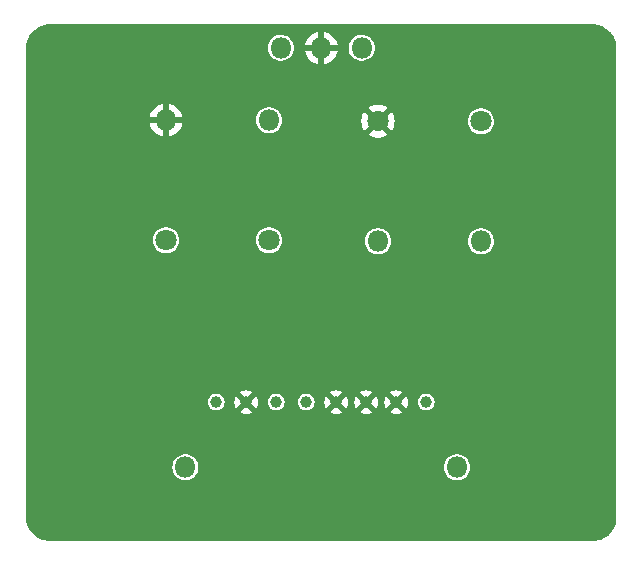
<source format=gbr>
%TF.GenerationSoftware,KiCad,Pcbnew,7.0.5*%
%TF.CreationDate,2023-06-20T08:34:55-05:00*%
%TF.ProjectId,Single.Channel.Amp,53696e67-6c65-42e4-9368-616e6e656c2e,rev?*%
%TF.SameCoordinates,Original*%
%TF.FileFunction,Copper,L2,Bot*%
%TF.FilePolarity,Positive*%
%FSLAX46Y46*%
G04 Gerber Fmt 4.6, Leading zero omitted, Abs format (unit mm)*
G04 Created by KiCad (PCBNEW 7.0.5) date 2023-06-20 08:34:55*
%MOMM*%
%LPD*%
G01*
G04 APERTURE LIST*
%TA.AperFunction,ComponentPad*%
%ADD10O,1.800000X1.800000*%
%TD*%
%TA.AperFunction,ComponentPad*%
%ADD11C,1.800000*%
%TD*%
%TA.AperFunction,ComponentPad*%
%ADD12C,1.000000*%
%TD*%
G04 APERTURE END LIST*
D10*
%TO.P,,Output*%
%TO.N,N/C*%
X38185000Y-58057500D03*
%TD*%
D11*
%TO.P,1N4XXX (7.5 V),1*%
%TO.N,N/C*%
X36550000Y-38835000D03*
D10*
%TO.P,1N4XXX (7.5 V),2*%
%TO.N,GND*%
X36550000Y-28675000D03*
%TD*%
%TO.P,,-*%
%TO.N,N/C*%
X53111459Y-22545000D03*
%TD*%
%TO.P,,GND*%
%TO.N,GND*%
X49685000Y-22545000D03*
%TD*%
%TO.P,,+*%
%TO.N,N/C*%
X46258541Y-22545000D03*
%TD*%
D11*
%TO.P,1N4148,1*%
%TO.N,N/C*%
X45270000Y-38835000D03*
D10*
%TO.P,1N4148,2*%
X45270000Y-28675000D03*
%TD*%
D12*
%TO.P,REF\u002A\u002A,+V*%
%TO.N,N/C*%
X45875000Y-52550000D03*
%TO.P,REF\u002A\u002A,-V*%
X48415000Y-52550000D03*
%TO.P,REF\u002A\u002A,GND*%
%TO.N,GND*%
X56035000Y-52550000D03*
X53495000Y-52550000D03*
X50955000Y-52550000D03*
X43335000Y-52550000D03*
%TO.P,REF\u002A\u002A,input*%
%TO.N,N/C*%
X58575000Y-52550000D03*
%TO.P,REF\u002A\u002A,output*%
X40795000Y-52550000D03*
%TD*%
D11*
%TO.P,1N4XXX (7.5 V),1*%
%TO.N,GND*%
X54495000Y-28755000D03*
D10*
%TO.P,1N4XXX (7.5 V),2*%
%TO.N,N/C*%
X54495000Y-38915000D03*
%TD*%
D11*
%TO.P,1N4148,1*%
%TO.N,N/C*%
X63210000Y-28765000D03*
D10*
%TO.P,1N4148,2*%
X63210000Y-38925000D03*
%TD*%
%TO.P,,Input*%
%TO.N,N/C*%
X61185000Y-58057500D03*
%TD*%
%TA.AperFunction,Conductor*%
%TO.N,GND*%
G36*
X72687018Y-20545633D02*
G01*
X72768796Y-20550993D01*
X72897221Y-20560177D01*
X72900794Y-20560537D01*
X72999836Y-20573455D01*
X73003874Y-20574120D01*
X73074439Y-20588156D01*
X73147448Y-20604038D01*
X73218656Y-20619529D01*
X73225390Y-20621398D01*
X73343646Y-20661540D01*
X73345198Y-20662093D01*
X73476750Y-20711160D01*
X73482483Y-20713635D01*
X73596830Y-20770024D01*
X73599042Y-20771173D01*
X73719913Y-20837173D01*
X73724641Y-20840037D01*
X73831649Y-20911537D01*
X73834358Y-20913454D01*
X73943652Y-20995271D01*
X73947345Y-20998265D01*
X74044502Y-21083469D01*
X74047448Y-21086228D01*
X74128579Y-21167359D01*
X74143755Y-21182535D01*
X74146529Y-21185497D01*
X74201759Y-21248474D01*
X74231726Y-21282645D01*
X74234742Y-21286366D01*
X74316545Y-21395643D01*
X74318462Y-21398352D01*
X74355071Y-21453139D01*
X74357477Y-21457045D01*
X74478077Y-21670105D01*
X74479728Y-21673225D01*
X74498619Y-21711533D01*
X74501467Y-21718288D01*
X74617734Y-22047042D01*
X74619867Y-22054543D01*
X74641843Y-22155561D01*
X74648203Y-22187539D01*
X74649030Y-22192924D01*
X74680008Y-22477370D01*
X74680240Y-22480026D01*
X74684367Y-22542966D01*
X74684500Y-22547024D01*
X74684500Y-62292976D01*
X74684367Y-62297033D01*
X74679021Y-62378585D01*
X74666015Y-62560432D01*
X74664980Y-62568112D01*
X74641845Y-62684426D01*
X74610470Y-62828653D01*
X74608595Y-62835408D01*
X74582020Y-62913696D01*
X74581599Y-62914896D01*
X74535307Y-63042600D01*
X74518843Y-63086738D01*
X74516357Y-63092496D01*
X74459992Y-63206795D01*
X74458794Y-63209100D01*
X74456670Y-63212989D01*
X74455589Y-63214887D01*
X74342878Y-63404946D01*
X74341101Y-63407767D01*
X74318472Y-63441634D01*
X74316554Y-63444345D01*
X74234740Y-63553634D01*
X74231720Y-63557360D01*
X74146530Y-63654501D01*
X74143755Y-63657463D01*
X74047464Y-63753755D01*
X74044502Y-63756529D01*
X73947357Y-63841723D01*
X73943631Y-63844744D01*
X73834359Y-63926543D01*
X73831649Y-63928461D01*
X73724641Y-63999961D01*
X73719907Y-64002828D01*
X73599086Y-64068802D01*
X73596794Y-64069992D01*
X73482499Y-64126356D01*
X73476740Y-64128842D01*
X73345271Y-64177878D01*
X73343533Y-64178497D01*
X73225402Y-64218597D01*
X73218646Y-64220472D01*
X73074408Y-64251848D01*
X72958118Y-64274980D01*
X72950438Y-64276015D01*
X72768585Y-64289021D01*
X72712608Y-64292690D01*
X72687025Y-64294367D01*
X72682976Y-64294500D01*
X40453021Y-64294500D01*
X40134453Y-64294395D01*
X26710000Y-64290000D01*
X26709115Y-64290000D01*
X26700900Y-64289451D01*
X26138996Y-64214234D01*
X26115591Y-64208750D01*
X26026461Y-64178495D01*
X26024723Y-64177876D01*
X25900485Y-64131538D01*
X25897522Y-64130345D01*
X25883107Y-64124105D01*
X25880314Y-64122813D01*
X25773221Y-64070000D01*
X25770930Y-64068810D01*
X25690659Y-64024980D01*
X25675507Y-64015213D01*
X25308770Y-63739130D01*
X25302217Y-63733437D01*
X25275321Y-63706541D01*
X25271147Y-63701927D01*
X25022255Y-63397310D01*
X25018713Y-63392525D01*
X24980029Y-63334631D01*
X24977180Y-63329925D01*
X24911173Y-63209042D01*
X24910005Y-63206791D01*
X24897630Y-63181697D01*
X24853635Y-63092483D01*
X24851156Y-63086740D01*
X24851155Y-63086738D01*
X24802103Y-62955224D01*
X24801531Y-62953618D01*
X24761395Y-62835383D01*
X24759531Y-62828666D01*
X24728158Y-62684451D01*
X24705015Y-62568102D01*
X24703985Y-62560459D01*
X24690978Y-62378585D01*
X24685632Y-62297019D01*
X24685500Y-62292993D01*
X24685500Y-58057500D01*
X37079785Y-58057500D01*
X37098602Y-58260582D01*
X37154417Y-58456747D01*
X37154422Y-58456760D01*
X37245327Y-58639321D01*
X37368237Y-58802081D01*
X37518958Y-58939480D01*
X37518960Y-58939482D01*
X37618141Y-59000892D01*
X37692363Y-59046848D01*
X37882544Y-59120524D01*
X38083024Y-59158000D01*
X38083026Y-59158000D01*
X38286974Y-59158000D01*
X38286976Y-59158000D01*
X38487456Y-59120524D01*
X38677637Y-59046848D01*
X38851041Y-58939481D01*
X39001764Y-58802079D01*
X39124673Y-58639321D01*
X39215582Y-58456750D01*
X39271397Y-58260583D01*
X39290215Y-58057500D01*
X60079785Y-58057500D01*
X60098602Y-58260582D01*
X60154417Y-58456747D01*
X60154422Y-58456760D01*
X60245327Y-58639321D01*
X60368237Y-58802081D01*
X60518958Y-58939480D01*
X60518960Y-58939482D01*
X60618141Y-59000892D01*
X60692363Y-59046848D01*
X60882544Y-59120524D01*
X61083024Y-59158000D01*
X61083026Y-59158000D01*
X61286974Y-59158000D01*
X61286976Y-59158000D01*
X61487456Y-59120524D01*
X61677637Y-59046848D01*
X61851041Y-58939481D01*
X62001764Y-58802079D01*
X62124673Y-58639321D01*
X62215582Y-58456750D01*
X62271397Y-58260583D01*
X62290215Y-58057500D01*
X62271397Y-57854417D01*
X62215582Y-57658250D01*
X62124673Y-57475679D01*
X62001764Y-57312921D01*
X62001762Y-57312918D01*
X61851041Y-57175519D01*
X61851039Y-57175517D01*
X61677642Y-57068155D01*
X61677635Y-57068151D01*
X61582546Y-57031314D01*
X61487456Y-56994476D01*
X61286976Y-56957000D01*
X61083024Y-56957000D01*
X60882544Y-56994476D01*
X60882541Y-56994476D01*
X60882541Y-56994477D01*
X60692364Y-57068151D01*
X60692357Y-57068155D01*
X60518960Y-57175517D01*
X60518958Y-57175519D01*
X60368237Y-57312918D01*
X60245327Y-57475678D01*
X60154422Y-57658239D01*
X60154417Y-57658252D01*
X60098602Y-57854417D01*
X60079785Y-58057499D01*
X60079785Y-58057500D01*
X39290215Y-58057500D01*
X39271397Y-57854417D01*
X39215582Y-57658250D01*
X39124673Y-57475679D01*
X39001764Y-57312921D01*
X39001762Y-57312918D01*
X38851041Y-57175519D01*
X38851039Y-57175517D01*
X38677642Y-57068155D01*
X38677635Y-57068151D01*
X38582546Y-57031314D01*
X38487456Y-56994476D01*
X38286976Y-56957000D01*
X38083024Y-56957000D01*
X37882544Y-56994476D01*
X37882541Y-56994476D01*
X37882541Y-56994477D01*
X37692364Y-57068151D01*
X37692357Y-57068155D01*
X37518960Y-57175517D01*
X37518958Y-57175519D01*
X37368237Y-57312918D01*
X37245327Y-57475678D01*
X37154422Y-57658239D01*
X37154417Y-57658252D01*
X37098602Y-57854417D01*
X37079785Y-58057499D01*
X37079785Y-58057500D01*
X24685500Y-58057500D01*
X24685500Y-52549999D01*
X40089355Y-52549999D01*
X40109859Y-52718869D01*
X40109860Y-52718874D01*
X40170182Y-52877931D01*
X40232475Y-52968177D01*
X40266817Y-53017929D01*
X40372505Y-53111560D01*
X40394150Y-53130736D01*
X40544773Y-53209789D01*
X40544775Y-53209790D01*
X40709944Y-53250500D01*
X40880056Y-53250500D01*
X41045225Y-53209790D01*
X41124692Y-53168081D01*
X41195849Y-53130736D01*
X41195850Y-53130734D01*
X41195852Y-53130734D01*
X41323183Y-53017929D01*
X41419818Y-52877930D01*
X41480140Y-52718872D01*
X41500645Y-52550000D01*
X42330161Y-52550000D01*
X42349468Y-52746030D01*
X42406652Y-52934538D01*
X42472922Y-53058522D01*
X42950096Y-52581349D01*
X42950051Y-52581898D01*
X42981266Y-52705162D01*
X43050813Y-52811612D01*
X43151157Y-52889713D01*
X43271422Y-52931000D01*
X43307553Y-52931000D01*
X42826476Y-53412076D01*
X42950466Y-53478350D01*
X43138969Y-53535531D01*
X43138965Y-53535531D01*
X43334999Y-53554838D01*
X43531032Y-53535531D01*
X43719537Y-53478348D01*
X43843522Y-53412076D01*
X43362448Y-52931000D01*
X43366569Y-52931000D01*
X43460421Y-52915339D01*
X43572251Y-52854820D01*
X43658371Y-52761269D01*
X43709448Y-52644823D01*
X43715105Y-52576551D01*
X44197077Y-53058523D01*
X44263348Y-52934539D01*
X44320531Y-52746032D01*
X44339838Y-52550000D01*
X44339838Y-52549999D01*
X45169355Y-52549999D01*
X45189859Y-52718869D01*
X45189860Y-52718874D01*
X45250182Y-52877931D01*
X45312475Y-52968177D01*
X45346817Y-53017929D01*
X45452505Y-53111560D01*
X45474150Y-53130736D01*
X45624773Y-53209789D01*
X45624775Y-53209790D01*
X45789944Y-53250500D01*
X45960056Y-53250500D01*
X46125225Y-53209790D01*
X46204692Y-53168081D01*
X46275849Y-53130736D01*
X46275850Y-53130734D01*
X46275852Y-53130734D01*
X46403183Y-53017929D01*
X46499818Y-52877930D01*
X46560140Y-52718872D01*
X46580645Y-52550000D01*
X47709355Y-52550000D01*
X47729859Y-52718869D01*
X47729860Y-52718874D01*
X47790182Y-52877931D01*
X47852475Y-52968177D01*
X47886817Y-53017929D01*
X47992505Y-53111560D01*
X48014150Y-53130736D01*
X48164773Y-53209789D01*
X48164775Y-53209790D01*
X48329944Y-53250500D01*
X48500056Y-53250500D01*
X48665225Y-53209790D01*
X48744692Y-53168081D01*
X48815849Y-53130736D01*
X48815850Y-53130734D01*
X48815852Y-53130734D01*
X48943183Y-53017929D01*
X49039818Y-52877930D01*
X49100140Y-52718872D01*
X49120645Y-52550000D01*
X49120645Y-52549999D01*
X49950161Y-52549999D01*
X49969468Y-52746030D01*
X50026652Y-52934538D01*
X50092922Y-53058522D01*
X50570096Y-52581348D01*
X50570051Y-52581898D01*
X50601266Y-52705162D01*
X50670813Y-52811612D01*
X50771157Y-52889713D01*
X50891422Y-52931000D01*
X50927553Y-52931000D01*
X50446476Y-53412076D01*
X50570466Y-53478350D01*
X50758969Y-53535531D01*
X50758965Y-53535531D01*
X50955000Y-53554838D01*
X51151032Y-53535531D01*
X51339537Y-53478348D01*
X51463522Y-53412076D01*
X50982448Y-52931000D01*
X50986569Y-52931000D01*
X51080421Y-52915339D01*
X51192251Y-52854820D01*
X51278371Y-52761269D01*
X51329448Y-52644823D01*
X51335105Y-52576552D01*
X51817076Y-53058522D01*
X51883348Y-52934537D01*
X51940531Y-52746032D01*
X51959838Y-52549999D01*
X52490161Y-52549999D01*
X52509468Y-52746030D01*
X52566652Y-52934538D01*
X52632922Y-53058522D01*
X53110096Y-52581349D01*
X53110051Y-52581898D01*
X53141266Y-52705162D01*
X53210813Y-52811612D01*
X53311157Y-52889713D01*
X53431422Y-52931000D01*
X53467553Y-52931000D01*
X52986476Y-53412076D01*
X53110466Y-53478350D01*
X53298969Y-53535531D01*
X53298965Y-53535531D01*
X53495000Y-53554838D01*
X53691032Y-53535531D01*
X53879537Y-53478348D01*
X54003522Y-53412076D01*
X53522448Y-52931000D01*
X53526569Y-52931000D01*
X53620421Y-52915339D01*
X53732251Y-52854820D01*
X53818371Y-52761269D01*
X53869448Y-52644823D01*
X53875105Y-52576550D01*
X54357077Y-53058523D01*
X54423348Y-52934539D01*
X54480531Y-52746032D01*
X54499838Y-52550000D01*
X55030161Y-52550000D01*
X55049468Y-52746030D01*
X55106652Y-52934538D01*
X55172922Y-53058522D01*
X55650096Y-52581348D01*
X55650051Y-52581898D01*
X55681266Y-52705162D01*
X55750813Y-52811612D01*
X55851157Y-52889713D01*
X55971422Y-52931000D01*
X56007553Y-52931000D01*
X55526476Y-53412076D01*
X55650466Y-53478350D01*
X55838969Y-53535531D01*
X55838965Y-53535531D01*
X56034999Y-53554838D01*
X56231032Y-53535531D01*
X56419537Y-53478348D01*
X56543522Y-53412076D01*
X56062448Y-52931000D01*
X56066569Y-52931000D01*
X56160421Y-52915339D01*
X56272251Y-52854820D01*
X56358371Y-52761269D01*
X56409448Y-52644823D01*
X56415105Y-52576552D01*
X56897076Y-53058522D01*
X56963348Y-52934537D01*
X57020531Y-52746032D01*
X57039838Y-52550000D01*
X57869355Y-52550000D01*
X57889859Y-52718869D01*
X57889860Y-52718874D01*
X57950182Y-52877931D01*
X58012475Y-52968177D01*
X58046817Y-53017929D01*
X58152505Y-53111560D01*
X58174150Y-53130736D01*
X58324773Y-53209789D01*
X58324775Y-53209790D01*
X58489944Y-53250500D01*
X58660056Y-53250500D01*
X58825225Y-53209790D01*
X58904692Y-53168081D01*
X58975849Y-53130736D01*
X58975850Y-53130734D01*
X58975852Y-53130734D01*
X59103183Y-53017929D01*
X59199818Y-52877930D01*
X59260140Y-52718872D01*
X59280645Y-52550000D01*
X59260140Y-52381128D01*
X59199818Y-52222070D01*
X59103183Y-52082071D01*
X58975852Y-51969266D01*
X58975849Y-51969263D01*
X58825226Y-51890210D01*
X58660056Y-51849500D01*
X58489944Y-51849500D01*
X58324773Y-51890210D01*
X58174150Y-51969263D01*
X58046816Y-52082072D01*
X57950182Y-52222068D01*
X57889860Y-52381125D01*
X57889859Y-52381130D01*
X57869355Y-52550000D01*
X57039838Y-52550000D01*
X57020531Y-52353967D01*
X56963350Y-52165466D01*
X56897076Y-52041476D01*
X56419903Y-52518649D01*
X56419949Y-52518102D01*
X56388734Y-52394838D01*
X56319187Y-52288388D01*
X56218843Y-52210287D01*
X56098578Y-52169000D01*
X56062447Y-52169000D01*
X56543522Y-51687922D01*
X56543522Y-51687921D01*
X56419538Y-51621652D01*
X56231030Y-51564468D01*
X56034999Y-51545161D01*
X55838969Y-51564468D01*
X55650461Y-51621652D01*
X55526476Y-51687922D01*
X56007554Y-52169000D01*
X56003431Y-52169000D01*
X55909579Y-52184661D01*
X55797749Y-52245180D01*
X55711629Y-52338731D01*
X55660552Y-52455177D01*
X55654894Y-52523446D01*
X55172923Y-52041475D01*
X55172922Y-52041476D01*
X55106652Y-52165461D01*
X55049468Y-52353969D01*
X55030161Y-52550000D01*
X54499838Y-52550000D01*
X54480531Y-52353967D01*
X54423350Y-52165466D01*
X54357076Y-52041476D01*
X53879903Y-52518647D01*
X53879949Y-52518102D01*
X53848734Y-52394838D01*
X53779187Y-52288388D01*
X53678843Y-52210287D01*
X53558578Y-52169000D01*
X53522447Y-52169000D01*
X54003522Y-51687922D01*
X54003522Y-51687921D01*
X53879538Y-51621652D01*
X53691030Y-51564468D01*
X53495000Y-51545161D01*
X53298969Y-51564468D01*
X53110461Y-51621652D01*
X52986476Y-51687922D01*
X53467554Y-52169000D01*
X53463431Y-52169000D01*
X53369579Y-52184661D01*
X53257749Y-52245180D01*
X53171629Y-52338731D01*
X53120552Y-52455177D01*
X53114894Y-52523447D01*
X52632922Y-52041476D01*
X52566652Y-52165461D01*
X52509468Y-52353969D01*
X52490161Y-52549999D01*
X51959838Y-52549999D01*
X51940531Y-52353967D01*
X51883350Y-52165466D01*
X51817076Y-52041476D01*
X51339903Y-52518648D01*
X51339949Y-52518102D01*
X51308734Y-52394838D01*
X51239187Y-52288388D01*
X51138843Y-52210287D01*
X51018578Y-52169000D01*
X50982447Y-52169000D01*
X51463522Y-51687922D01*
X51463522Y-51687921D01*
X51339538Y-51621652D01*
X51151030Y-51564468D01*
X50955000Y-51545161D01*
X50758969Y-51564468D01*
X50570461Y-51621652D01*
X50446476Y-51687922D01*
X50927554Y-52169000D01*
X50923431Y-52169000D01*
X50829579Y-52184661D01*
X50717749Y-52245180D01*
X50631629Y-52338731D01*
X50580552Y-52455177D01*
X50574894Y-52523446D01*
X50092923Y-52041475D01*
X50092922Y-52041476D01*
X50026652Y-52165461D01*
X49969468Y-52353969D01*
X49950161Y-52549999D01*
X49120645Y-52549999D01*
X49100140Y-52381128D01*
X49039818Y-52222070D01*
X48943183Y-52082071D01*
X48815852Y-51969266D01*
X48815849Y-51969263D01*
X48665226Y-51890210D01*
X48500056Y-51849500D01*
X48329944Y-51849500D01*
X48164773Y-51890210D01*
X48014150Y-51969263D01*
X47886816Y-52082072D01*
X47790182Y-52222068D01*
X47729860Y-52381125D01*
X47729859Y-52381130D01*
X47709355Y-52550000D01*
X46580645Y-52550000D01*
X46560140Y-52381128D01*
X46499818Y-52222070D01*
X46403183Y-52082071D01*
X46275852Y-51969266D01*
X46275849Y-51969263D01*
X46125226Y-51890210D01*
X45960056Y-51849500D01*
X45789944Y-51849500D01*
X45624773Y-51890210D01*
X45474150Y-51969263D01*
X45346816Y-52082072D01*
X45250182Y-52222068D01*
X45189860Y-52381125D01*
X45189859Y-52381130D01*
X45169355Y-52549999D01*
X44339838Y-52549999D01*
X44320531Y-52353967D01*
X44263350Y-52165466D01*
X44197076Y-52041476D01*
X43719903Y-52518647D01*
X43719949Y-52518102D01*
X43688734Y-52394838D01*
X43619187Y-52288388D01*
X43518843Y-52210287D01*
X43398578Y-52169000D01*
X43362447Y-52169000D01*
X43843522Y-51687922D01*
X43843522Y-51687921D01*
X43719538Y-51621652D01*
X43531030Y-51564468D01*
X43334999Y-51545161D01*
X43138969Y-51564468D01*
X42950461Y-51621652D01*
X42826476Y-51687922D01*
X43307554Y-52169000D01*
X43303431Y-52169000D01*
X43209579Y-52184661D01*
X43097749Y-52245180D01*
X43011629Y-52338731D01*
X42960552Y-52455177D01*
X42954894Y-52523447D01*
X42472922Y-52041476D01*
X42406652Y-52165461D01*
X42349468Y-52353969D01*
X42330161Y-52550000D01*
X41500645Y-52550000D01*
X41480140Y-52381128D01*
X41419818Y-52222070D01*
X41323183Y-52082071D01*
X41195852Y-51969266D01*
X41195849Y-51969263D01*
X41045226Y-51890210D01*
X40880056Y-51849500D01*
X40709944Y-51849500D01*
X40544773Y-51890210D01*
X40394150Y-51969263D01*
X40266816Y-52082072D01*
X40170182Y-52222068D01*
X40109860Y-52381125D01*
X40109859Y-52381130D01*
X40089355Y-52549999D01*
X24685500Y-52549999D01*
X24685500Y-38835000D01*
X35444785Y-38835000D01*
X35463602Y-39038082D01*
X35519417Y-39234247D01*
X35519422Y-39234260D01*
X35610327Y-39416821D01*
X35733237Y-39579581D01*
X35883958Y-39716980D01*
X35883960Y-39716982D01*
X35983141Y-39778392D01*
X36057363Y-39824348D01*
X36247544Y-39898024D01*
X36448024Y-39935500D01*
X36448026Y-39935500D01*
X36651974Y-39935500D01*
X36651976Y-39935500D01*
X36852456Y-39898024D01*
X37042637Y-39824348D01*
X37216041Y-39716981D01*
X37366764Y-39579579D01*
X37489673Y-39416821D01*
X37580582Y-39234250D01*
X37636397Y-39038083D01*
X37655215Y-38835000D01*
X44164785Y-38835000D01*
X44183602Y-39038082D01*
X44239417Y-39234247D01*
X44239422Y-39234260D01*
X44330327Y-39416821D01*
X44453237Y-39579581D01*
X44603958Y-39716980D01*
X44603960Y-39716982D01*
X44703141Y-39778392D01*
X44777363Y-39824348D01*
X44967544Y-39898024D01*
X45168024Y-39935500D01*
X45168026Y-39935500D01*
X45371974Y-39935500D01*
X45371976Y-39935500D01*
X45572456Y-39898024D01*
X45762637Y-39824348D01*
X45936041Y-39716981D01*
X46086764Y-39579579D01*
X46209673Y-39416821D01*
X46300582Y-39234250D01*
X46356397Y-39038083D01*
X46367802Y-38915000D01*
X53389785Y-38915000D01*
X53408602Y-39118082D01*
X53464417Y-39314247D01*
X53464422Y-39314260D01*
X53555327Y-39496821D01*
X53678237Y-39659581D01*
X53828958Y-39796980D01*
X53828960Y-39796982D01*
X53845111Y-39806982D01*
X54002363Y-39904348D01*
X54192544Y-39978024D01*
X54393024Y-40015500D01*
X54393026Y-40015500D01*
X54596974Y-40015500D01*
X54596976Y-40015500D01*
X54797456Y-39978024D01*
X54987637Y-39904348D01*
X55161041Y-39796981D01*
X55311764Y-39659579D01*
X55434673Y-39496821D01*
X55525582Y-39314250D01*
X55581397Y-39118083D01*
X55599288Y-38925000D01*
X62104785Y-38925000D01*
X62123602Y-39128082D01*
X62179417Y-39324247D01*
X62179422Y-39324260D01*
X62270327Y-39506821D01*
X62393237Y-39669581D01*
X62543958Y-39806980D01*
X62543960Y-39806982D01*
X62643141Y-39868392D01*
X62717363Y-39914348D01*
X62907544Y-39988024D01*
X63108024Y-40025500D01*
X63108026Y-40025500D01*
X63311974Y-40025500D01*
X63311976Y-40025500D01*
X63512456Y-39988024D01*
X63702637Y-39914348D01*
X63876041Y-39806981D01*
X64026764Y-39669579D01*
X64149673Y-39506821D01*
X64240582Y-39324250D01*
X64296397Y-39128083D01*
X64315215Y-38925000D01*
X64306875Y-38835000D01*
X64296397Y-38721917D01*
X64270789Y-38631917D01*
X64240582Y-38525750D01*
X64235597Y-38515739D01*
X64195762Y-38435739D01*
X64149673Y-38343179D01*
X64081708Y-38253179D01*
X64026762Y-38180418D01*
X63876041Y-38043019D01*
X63876039Y-38043017D01*
X63702642Y-37935655D01*
X63702635Y-37935651D01*
X63607546Y-37898813D01*
X63512456Y-37861976D01*
X63311976Y-37824500D01*
X63108024Y-37824500D01*
X62907544Y-37861976D01*
X62907541Y-37861976D01*
X62907541Y-37861977D01*
X62717364Y-37935651D01*
X62717357Y-37935655D01*
X62543960Y-38043017D01*
X62543958Y-38043019D01*
X62393237Y-38180418D01*
X62270327Y-38343178D01*
X62179422Y-38525739D01*
X62179417Y-38525752D01*
X62123602Y-38721917D01*
X62104785Y-38924999D01*
X62104785Y-38925000D01*
X55599288Y-38925000D01*
X55600215Y-38915000D01*
X55581397Y-38711917D01*
X55525582Y-38515750D01*
X55485741Y-38435739D01*
X55439652Y-38343179D01*
X55434673Y-38333179D01*
X55319316Y-38180421D01*
X55311762Y-38170418D01*
X55161041Y-38033019D01*
X55161039Y-38033017D01*
X54987642Y-37925655D01*
X54987635Y-37925651D01*
X54892546Y-37888814D01*
X54797456Y-37851976D01*
X54596976Y-37814500D01*
X54393024Y-37814500D01*
X54192544Y-37851976D01*
X54192541Y-37851976D01*
X54192541Y-37851977D01*
X54002364Y-37925651D01*
X54002357Y-37925655D01*
X53828960Y-38033017D01*
X53828958Y-38033019D01*
X53678237Y-38170418D01*
X53555327Y-38333178D01*
X53464422Y-38515739D01*
X53464417Y-38515752D01*
X53408602Y-38711917D01*
X53389785Y-38914999D01*
X53389785Y-38915000D01*
X46367802Y-38915000D01*
X46375215Y-38835000D01*
X46356397Y-38631917D01*
X46300582Y-38435750D01*
X46209673Y-38253179D01*
X46086764Y-38090421D01*
X46086762Y-38090418D01*
X45936041Y-37953019D01*
X45936039Y-37953017D01*
X45762642Y-37845655D01*
X45762635Y-37845651D01*
X45667546Y-37808814D01*
X45572456Y-37771976D01*
X45371976Y-37734500D01*
X45168024Y-37734500D01*
X44967544Y-37771976D01*
X44967541Y-37771976D01*
X44967541Y-37771977D01*
X44777364Y-37845651D01*
X44777357Y-37845655D01*
X44603960Y-37953017D01*
X44603958Y-37953019D01*
X44453237Y-38090418D01*
X44330327Y-38253178D01*
X44239422Y-38435739D01*
X44239417Y-38435752D01*
X44183602Y-38631917D01*
X44164785Y-38834999D01*
X44164785Y-38835000D01*
X37655215Y-38835000D01*
X37636397Y-38631917D01*
X37580582Y-38435750D01*
X37489673Y-38253179D01*
X37366764Y-38090421D01*
X37366762Y-38090418D01*
X37216041Y-37953019D01*
X37216039Y-37953017D01*
X37042642Y-37845655D01*
X37042635Y-37845651D01*
X36947546Y-37808814D01*
X36852456Y-37771976D01*
X36651976Y-37734500D01*
X36448024Y-37734500D01*
X36247544Y-37771976D01*
X36247541Y-37771976D01*
X36247541Y-37771977D01*
X36057364Y-37845651D01*
X36057357Y-37845655D01*
X35883960Y-37953017D01*
X35883958Y-37953019D01*
X35733237Y-38090418D01*
X35610327Y-38253178D01*
X35519422Y-38435739D01*
X35519417Y-38435752D01*
X35463602Y-38631917D01*
X35444785Y-38834999D01*
X35444785Y-38835000D01*
X24685500Y-38835000D01*
X24685500Y-28925000D01*
X35169117Y-28925000D01*
X35221317Y-29131135D01*
X35314516Y-29343609D01*
X35441414Y-29537842D01*
X35598558Y-29708545D01*
X35598562Y-29708548D01*
X35781644Y-29851047D01*
X35781648Y-29851050D01*
X35985697Y-29961476D01*
X35985706Y-29961479D01*
X36205139Y-30036811D01*
X36299999Y-30052640D01*
X36300000Y-30052639D01*
X36300000Y-29049189D01*
X36352547Y-29085016D01*
X36482173Y-29125000D01*
X36583724Y-29125000D01*
X36684138Y-29109865D01*
X36800000Y-29054068D01*
X36800000Y-30052640D01*
X36894860Y-30036811D01*
X37114293Y-29961479D01*
X37114302Y-29961476D01*
X37318351Y-29851050D01*
X37318355Y-29851047D01*
X37501437Y-29708548D01*
X37501441Y-29708545D01*
X37658585Y-29537842D01*
X37785483Y-29343609D01*
X37878682Y-29131135D01*
X37930883Y-28925000D01*
X36925278Y-28925000D01*
X36973625Y-28841260D01*
X37003810Y-28709008D01*
X37001262Y-28675000D01*
X44164785Y-28675000D01*
X44183602Y-28878082D01*
X44239417Y-29074247D01*
X44239422Y-29074260D01*
X44330327Y-29256821D01*
X44453237Y-29419581D01*
X44582964Y-29537842D01*
X44599189Y-29552633D01*
X44603958Y-29556980D01*
X44603960Y-29556982D01*
X44703141Y-29618392D01*
X44777363Y-29664348D01*
X44967544Y-29738024D01*
X45168024Y-29775500D01*
X45168026Y-29775500D01*
X45371974Y-29775500D01*
X45371976Y-29775500D01*
X45572456Y-29738024D01*
X45762637Y-29664348D01*
X45936041Y-29556981D01*
X46086764Y-29419579D01*
X46209673Y-29256821D01*
X46300582Y-29074250D01*
X46356397Y-28878083D01*
X46367802Y-28755005D01*
X53090202Y-28755005D01*
X53109361Y-28986218D01*
X53166317Y-29211135D01*
X53259516Y-29423609D01*
X53343811Y-29552633D01*
X54050549Y-28845895D01*
X54051327Y-28856265D01*
X54100887Y-28982541D01*
X54185465Y-29088599D01*
X54297547Y-29165016D01*
X54405299Y-29198253D01*
X53696199Y-29907351D01*
X53726650Y-29931050D01*
X53930697Y-30041476D01*
X53930706Y-30041479D01*
X54150139Y-30116811D01*
X54378993Y-30155000D01*
X54611007Y-30155000D01*
X54839860Y-30116811D01*
X55059293Y-30041479D01*
X55059302Y-30041476D01*
X55263350Y-29931050D01*
X55293798Y-29907351D01*
X54583231Y-29196784D01*
X54629138Y-29189865D01*
X54751357Y-29131007D01*
X54850798Y-29038740D01*
X54918625Y-28921260D01*
X54936499Y-28842947D01*
X55646186Y-29552634D01*
X55730484Y-29423606D01*
X55823682Y-29211135D01*
X55880638Y-28986218D01*
X55898970Y-28765000D01*
X62104785Y-28765000D01*
X62123602Y-28968082D01*
X62179417Y-29164247D01*
X62179422Y-29164260D01*
X62270327Y-29346821D01*
X62393237Y-29509581D01*
X62543958Y-29646980D01*
X62543960Y-29646982D01*
X62643141Y-29708392D01*
X62717363Y-29754348D01*
X62907544Y-29828024D01*
X63108024Y-29865500D01*
X63108026Y-29865500D01*
X63311974Y-29865500D01*
X63311976Y-29865500D01*
X63512456Y-29828024D01*
X63702637Y-29754348D01*
X63876041Y-29646981D01*
X64026764Y-29509579D01*
X64149673Y-29346821D01*
X64240582Y-29164250D01*
X64296397Y-28968083D01*
X64315215Y-28765000D01*
X64306875Y-28675000D01*
X64296397Y-28561917D01*
X64270789Y-28471917D01*
X64240582Y-28365750D01*
X64149673Y-28183179D01*
X64081708Y-28093179D01*
X64026762Y-28020418D01*
X63876041Y-27883019D01*
X63876039Y-27883017D01*
X63702642Y-27775655D01*
X63702635Y-27775651D01*
X63607546Y-27738814D01*
X63512456Y-27701976D01*
X63311976Y-27664500D01*
X63108024Y-27664500D01*
X62907544Y-27701976D01*
X62907541Y-27701976D01*
X62907541Y-27701977D01*
X62717364Y-27775651D01*
X62717357Y-27775655D01*
X62543960Y-27883017D01*
X62543958Y-27883019D01*
X62393237Y-28020418D01*
X62270327Y-28183178D01*
X62179422Y-28365739D01*
X62179417Y-28365752D01*
X62123602Y-28561917D01*
X62104785Y-28764999D01*
X62104785Y-28765000D01*
X55898970Y-28765000D01*
X55899798Y-28755005D01*
X55899798Y-28754994D01*
X55880638Y-28523781D01*
X55823682Y-28298864D01*
X55730483Y-28086390D01*
X55646186Y-27957364D01*
X54939449Y-28664101D01*
X54938673Y-28653735D01*
X54889113Y-28527459D01*
X54804535Y-28421401D01*
X54692453Y-28344984D01*
X54584699Y-28311746D01*
X55293799Y-27602647D01*
X55263349Y-27578949D01*
X55059302Y-27468523D01*
X55059293Y-27468520D01*
X54839860Y-27393188D01*
X54611007Y-27355000D01*
X54378993Y-27355000D01*
X54150139Y-27393188D01*
X53930706Y-27468520D01*
X53930698Y-27468523D01*
X53726644Y-27578952D01*
X53696200Y-27602646D01*
X53696200Y-27602647D01*
X54406767Y-28313215D01*
X54360862Y-28320135D01*
X54238643Y-28378993D01*
X54139202Y-28471260D01*
X54071375Y-28588740D01*
X54053500Y-28667053D01*
X53343812Y-27957365D01*
X53259516Y-28086391D01*
X53259514Y-28086395D01*
X53166317Y-28298864D01*
X53109361Y-28523781D01*
X53090202Y-28754994D01*
X53090202Y-28755005D01*
X46367802Y-28755005D01*
X46375215Y-28675000D01*
X46356397Y-28471917D01*
X46300582Y-28275750D01*
X46295221Y-28264984D01*
X46254487Y-28183178D01*
X46209673Y-28093179D01*
X46107111Y-27957365D01*
X46086762Y-27930418D01*
X45936041Y-27793019D01*
X45936039Y-27793017D01*
X45762642Y-27685655D01*
X45762635Y-27685651D01*
X45648540Y-27641451D01*
X45572456Y-27611976D01*
X45371976Y-27574500D01*
X45168024Y-27574500D01*
X44967544Y-27611976D01*
X44967541Y-27611976D01*
X44967541Y-27611977D01*
X44777364Y-27685651D01*
X44777357Y-27685655D01*
X44603960Y-27793017D01*
X44603958Y-27793019D01*
X44453237Y-27930418D01*
X44330327Y-28093178D01*
X44239422Y-28275739D01*
X44239417Y-28275752D01*
X44183602Y-28471917D01*
X44164785Y-28674999D01*
X44164785Y-28675000D01*
X37001262Y-28675000D01*
X36993673Y-28573735D01*
X36944113Y-28447459D01*
X36926203Y-28425000D01*
X37930883Y-28425000D01*
X37878682Y-28218864D01*
X37785483Y-28006390D01*
X37658585Y-27812157D01*
X37501441Y-27641454D01*
X37501437Y-27641451D01*
X37318355Y-27498952D01*
X37318351Y-27498949D01*
X37114302Y-27388523D01*
X37114293Y-27388520D01*
X36894861Y-27313188D01*
X36800000Y-27297359D01*
X36800000Y-28300810D01*
X36747453Y-28264984D01*
X36617827Y-28225000D01*
X36516276Y-28225000D01*
X36415862Y-28240135D01*
X36300000Y-28295931D01*
X36300000Y-27297359D01*
X36299999Y-27297359D01*
X36205138Y-27313188D01*
X35985706Y-27388520D01*
X35985697Y-27388523D01*
X35781648Y-27498949D01*
X35781644Y-27498952D01*
X35598562Y-27641451D01*
X35598558Y-27641454D01*
X35441414Y-27812157D01*
X35314516Y-28006390D01*
X35221317Y-28218864D01*
X35169117Y-28425000D01*
X36174722Y-28425000D01*
X36126375Y-28508740D01*
X36096190Y-28640992D01*
X36106327Y-28776265D01*
X36155887Y-28902541D01*
X36173797Y-28925000D01*
X35169117Y-28925000D01*
X24685500Y-28925000D01*
X24685500Y-22547024D01*
X24685567Y-22545000D01*
X45153326Y-22545000D01*
X45172143Y-22748082D01*
X45227958Y-22944247D01*
X45227963Y-22944260D01*
X45318868Y-23126821D01*
X45441778Y-23289581D01*
X45592499Y-23426980D01*
X45592501Y-23426982D01*
X45691682Y-23488392D01*
X45765904Y-23534348D01*
X45956085Y-23608024D01*
X46156565Y-23645500D01*
X46156567Y-23645500D01*
X46360515Y-23645500D01*
X46360517Y-23645500D01*
X46560997Y-23608024D01*
X46751178Y-23534348D01*
X46924582Y-23426981D01*
X47075305Y-23289579D01*
X47198214Y-23126821D01*
X47289123Y-22944250D01*
X47331589Y-22795000D01*
X48304117Y-22795000D01*
X48356317Y-23001135D01*
X48449516Y-23213609D01*
X48576414Y-23407842D01*
X48733558Y-23578545D01*
X48733562Y-23578548D01*
X48916644Y-23721047D01*
X48916648Y-23721050D01*
X49120697Y-23831476D01*
X49120706Y-23831479D01*
X49340139Y-23906811D01*
X49434999Y-23922640D01*
X49435000Y-23922639D01*
X49435000Y-22919189D01*
X49487547Y-22955016D01*
X49617173Y-22995000D01*
X49718724Y-22995000D01*
X49819138Y-22979865D01*
X49935000Y-22924068D01*
X49935000Y-23922640D01*
X50029860Y-23906811D01*
X50249293Y-23831479D01*
X50249302Y-23831476D01*
X50453351Y-23721050D01*
X50453355Y-23721047D01*
X50636437Y-23578548D01*
X50636441Y-23578545D01*
X50793585Y-23407842D01*
X50920483Y-23213609D01*
X51013682Y-23001135D01*
X51065883Y-22795000D01*
X50060278Y-22795000D01*
X50108625Y-22711260D01*
X50138810Y-22579008D01*
X50136262Y-22545000D01*
X52006244Y-22545000D01*
X52025061Y-22748082D01*
X52080876Y-22944247D01*
X52080881Y-22944260D01*
X52171786Y-23126821D01*
X52294696Y-23289581D01*
X52445417Y-23426980D01*
X52445419Y-23426982D01*
X52544600Y-23488392D01*
X52618822Y-23534348D01*
X52809003Y-23608024D01*
X53009483Y-23645500D01*
X53009485Y-23645500D01*
X53213433Y-23645500D01*
X53213435Y-23645500D01*
X53413915Y-23608024D01*
X53604096Y-23534348D01*
X53777500Y-23426981D01*
X53928223Y-23289579D01*
X54051132Y-23126821D01*
X54142041Y-22944250D01*
X54197856Y-22748083D01*
X54216674Y-22545000D01*
X54205047Y-22419527D01*
X54197856Y-22341917D01*
X54174907Y-22261260D01*
X54142041Y-22145750D01*
X54136680Y-22134984D01*
X54061250Y-21983499D01*
X54051132Y-21963179D01*
X53928223Y-21800421D01*
X53928221Y-21800418D01*
X53777500Y-21663019D01*
X53777498Y-21663017D01*
X53604101Y-21555655D01*
X53604094Y-21555651D01*
X53474274Y-21505359D01*
X53413915Y-21481976D01*
X53213435Y-21444500D01*
X53009483Y-21444500D01*
X52809003Y-21481976D01*
X52809000Y-21481976D01*
X52809000Y-21481977D01*
X52618823Y-21555651D01*
X52618816Y-21555655D01*
X52445419Y-21663017D01*
X52445417Y-21663019D01*
X52294696Y-21800418D01*
X52171786Y-21963178D01*
X52080881Y-22145739D01*
X52080876Y-22145752D01*
X52025061Y-22341917D01*
X52006244Y-22544999D01*
X52006244Y-22545000D01*
X50136262Y-22545000D01*
X50128673Y-22443735D01*
X50079113Y-22317459D01*
X50061203Y-22295000D01*
X51065883Y-22295000D01*
X51013682Y-22088864D01*
X50920483Y-21876390D01*
X50793585Y-21682157D01*
X50636441Y-21511454D01*
X50636437Y-21511451D01*
X50453355Y-21368952D01*
X50453351Y-21368949D01*
X50249302Y-21258523D01*
X50249293Y-21258520D01*
X50029861Y-21183188D01*
X49935000Y-21167359D01*
X49935000Y-22170810D01*
X49882453Y-22134984D01*
X49752827Y-22095000D01*
X49651276Y-22095000D01*
X49550862Y-22110135D01*
X49435000Y-22165931D01*
X49435000Y-21167359D01*
X49434999Y-21167359D01*
X49340138Y-21183188D01*
X49120706Y-21258520D01*
X49120697Y-21258523D01*
X48916648Y-21368949D01*
X48916644Y-21368952D01*
X48733562Y-21511451D01*
X48733558Y-21511454D01*
X48576414Y-21682157D01*
X48449516Y-21876390D01*
X48356317Y-22088864D01*
X48304117Y-22295000D01*
X49309722Y-22295000D01*
X49261375Y-22378740D01*
X49231190Y-22510992D01*
X49241327Y-22646265D01*
X49290887Y-22772541D01*
X49308797Y-22795000D01*
X48304117Y-22795000D01*
X47331589Y-22795000D01*
X47344938Y-22748083D01*
X47363756Y-22545000D01*
X47352129Y-22419527D01*
X47344938Y-22341917D01*
X47321989Y-22261260D01*
X47289123Y-22145750D01*
X47283762Y-22134984D01*
X47208332Y-21983499D01*
X47198214Y-21963179D01*
X47075305Y-21800421D01*
X47075303Y-21800418D01*
X46924582Y-21663019D01*
X46924580Y-21663017D01*
X46751183Y-21555655D01*
X46751176Y-21555651D01*
X46621356Y-21505359D01*
X46560997Y-21481976D01*
X46360517Y-21444500D01*
X46156565Y-21444500D01*
X45956085Y-21481976D01*
X45956082Y-21481976D01*
X45956082Y-21481977D01*
X45765905Y-21555651D01*
X45765898Y-21555655D01*
X45592501Y-21663017D01*
X45592499Y-21663019D01*
X45441778Y-21800418D01*
X45318868Y-21963178D01*
X45227963Y-22145739D01*
X45227958Y-22145752D01*
X45172143Y-22341917D01*
X45153326Y-22544999D01*
X45153326Y-22545000D01*
X24685567Y-22545000D01*
X24685633Y-22542981D01*
X24687921Y-22508052D01*
X24690993Y-22461181D01*
X24692279Y-22443202D01*
X24693562Y-22425281D01*
X24694244Y-22419527D01*
X24763673Y-22002957D01*
X24768559Y-21983514D01*
X24801546Y-21886336D01*
X24802109Y-21884757D01*
X24818381Y-21841130D01*
X24820127Y-21836934D01*
X24934075Y-21589314D01*
X24935967Y-21585547D01*
X24977177Y-21510078D01*
X24980021Y-21505381D01*
X25051575Y-21398293D01*
X25053415Y-21395693D01*
X25135291Y-21286321D01*
X25138244Y-21282678D01*
X25223503Y-21185459D01*
X25226198Y-21182581D01*
X25322581Y-21086198D01*
X25325459Y-21083503D01*
X25422678Y-20998244D01*
X25426321Y-20995291D01*
X25535676Y-20913428D01*
X25538311Y-20911563D01*
X25645368Y-20840029D01*
X25650066Y-20837184D01*
X25770996Y-20771152D01*
X25773129Y-20770044D01*
X25887530Y-20713628D01*
X25893242Y-20711162D01*
X26024817Y-20662087D01*
X26026335Y-20661547D01*
X26144625Y-20621392D01*
X26151325Y-20619533D01*
X26295521Y-20588164D01*
X26397138Y-20567951D01*
X26403896Y-20566991D01*
X26532420Y-20555912D01*
X26590029Y-20551791D01*
X26601203Y-20550993D01*
X26682982Y-20545633D01*
X26687038Y-20545500D01*
X72682962Y-20545500D01*
X72687018Y-20545633D01*
G37*
%TD.AperFunction*%
%TD*%
M02*

</source>
